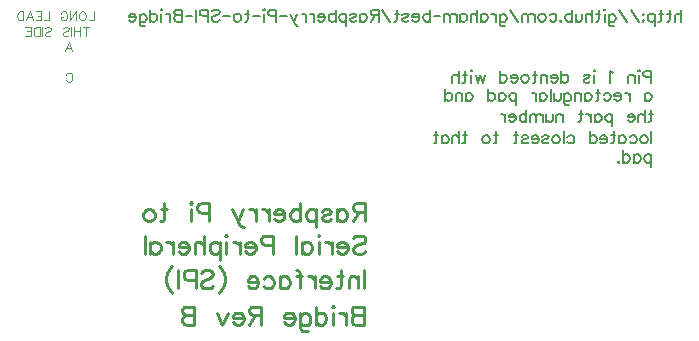
<source format=gbr>
G04 DipTrace 2.4.0.1*
%INBottomSilk.gbr*%
%MOMM*%
%ADD82C,0.118*%
%ADD83C,0.235*%
%ADD84C,0.157*%
%FSLAX53Y53*%
G04*
G71*
G90*
G75*
G01*
%LNBotSilk*%
%LPD*%
X40439Y41960D2*
D83*
X39784D1*
X39565Y42034D1*
X39491Y42106D1*
X39418Y42251D1*
Y42398D1*
X39491Y42543D1*
X39565Y42617D1*
X39784Y42689D1*
X40439D1*
Y41158D1*
X39929Y41960D2*
X39418Y41158D1*
X38074Y42179D2*
Y41158D1*
Y41960D2*
X38218Y42106D1*
X38365Y42179D1*
X38582D1*
X38729Y42106D1*
X38874Y41960D1*
X38948Y41741D1*
Y41596D1*
X38874Y41377D1*
X38729Y41232D1*
X38582Y41158D1*
X38365D1*
X38218Y41232D1*
X38074Y41377D1*
X36801Y41960D2*
X36874Y42106D1*
X37093Y42179D1*
X37312D1*
X37531Y42106D1*
X37603Y41960D1*
X37531Y41815D1*
X37384Y41741D1*
X37020Y41668D1*
X36874Y41596D1*
X36801Y41449D1*
Y41377D1*
X36874Y41232D1*
X37093Y41158D1*
X37312D1*
X37531Y41232D1*
X37603Y41377D1*
X36331Y42179D2*
Y40647D1*
Y41960D2*
X36184Y42105D1*
X36039Y42179D1*
X35820D1*
X35674Y42105D1*
X35529Y41960D1*
X35455Y41741D1*
Y41594D1*
X35529Y41377D1*
X35674Y41230D1*
X35820Y41158D1*
X36039D1*
X36184Y41230D1*
X36331Y41377D1*
X34984Y42689D2*
Y41158D1*
Y41960D2*
X34837Y42106D1*
X34693Y42179D1*
X34474D1*
X34329Y42106D1*
X34182Y41960D1*
X34110Y41741D1*
Y41596D1*
X34182Y41377D1*
X34329Y41232D1*
X34474Y41158D1*
X34693D1*
X34837Y41232D1*
X34984Y41377D1*
X33639Y41741D2*
X32765D1*
Y41887D1*
X32837Y42034D1*
X32910Y42106D1*
X33056Y42179D1*
X33275D1*
X33420Y42106D1*
X33567Y41960D1*
X33639Y41741D1*
Y41596D1*
X33567Y41377D1*
X33420Y41232D1*
X33275Y41158D1*
X33056D1*
X32910Y41232D1*
X32765Y41377D1*
X32294Y42179D2*
Y41158D1*
Y41741D2*
X32220Y41960D1*
X32075Y42106D1*
X31929Y42179D1*
X31710D1*
X31239D2*
Y41158D1*
Y41741D2*
X31165Y41960D1*
X31020Y42106D1*
X30873Y42179D1*
X30654D1*
X30110D2*
X29673Y41158D1*
X29818Y40866D1*
X29965Y40720D1*
X30110Y40647D1*
X30184D1*
X29235Y42179D2*
X29673Y41158D1*
X27283Y41887D2*
X26626D1*
X26409Y41960D1*
X26335Y42034D1*
X26263Y42179D1*
Y42398D1*
X26335Y42543D1*
X26409Y42617D1*
X26626Y42689D1*
X27283D1*
Y41158D1*
X25792Y42689D2*
X25720Y42617D1*
X25645Y42689D1*
X25720Y42763D1*
X25792Y42689D1*
X25720Y42179D2*
Y41158D1*
X23474Y42689D2*
Y41449D1*
X23402Y41232D1*
X23255Y41158D1*
X23111D1*
X23693Y42179D2*
X23183D1*
X22276D2*
X22421Y42106D1*
X22568Y41960D1*
X22640Y41741D1*
Y41596D1*
X22568Y41377D1*
X22421Y41232D1*
X22276Y41158D1*
X22057D1*
X21911Y41232D1*
X21766Y41377D1*
X21692Y41596D1*
Y41741D1*
X21766Y41960D1*
X21911Y42106D1*
X22057Y42179D1*
X22276D1*
X39469Y39710D2*
X39614Y39857D1*
X39833Y39929D1*
X40124D1*
X40343Y39857D1*
X40490Y39710D1*
Y39565D1*
X40416Y39419D1*
X40343Y39346D1*
X40198Y39274D1*
X39760Y39127D1*
X39614Y39055D1*
X39541Y38981D1*
X39469Y38836D1*
Y38617D1*
X39614Y38472D1*
X39833Y38398D1*
X40124D1*
X40343Y38472D1*
X40490Y38617D1*
X38998Y38981D2*
X38124D1*
Y39127D1*
X38196Y39274D1*
X38269Y39346D1*
X38415Y39419D1*
X38634D1*
X38779Y39346D1*
X38926Y39200D1*
X38998Y38981D1*
Y38836D1*
X38926Y38617D1*
X38779Y38472D1*
X38634Y38398D1*
X38415D1*
X38269Y38472D1*
X38124Y38617D1*
X37653Y39419D2*
Y38398D1*
Y38981D2*
X37579Y39200D1*
X37434Y39346D1*
X37288Y39419D1*
X37069D1*
X36598Y39929D2*
X36526Y39857D1*
X36452Y39929D1*
X36526Y40003D1*
X36598Y39929D1*
X36526Y39419D2*
Y38398D1*
X35107Y39419D2*
Y38398D1*
Y39200D2*
X35252Y39346D1*
X35398Y39419D1*
X35616D1*
X35762Y39346D1*
X35907Y39200D1*
X35981Y38981D1*
Y38836D1*
X35907Y38617D1*
X35762Y38472D1*
X35616Y38398D1*
X35398D1*
X35252Y38472D1*
X35107Y38617D1*
X34636Y39929D2*
Y38398D1*
X32684Y39127D2*
X32027D1*
X31810Y39200D1*
X31736Y39274D1*
X31663Y39419D1*
Y39638D1*
X31736Y39783D1*
X31810Y39857D1*
X32027Y39929D1*
X32684D1*
Y38398D1*
X31193Y38981D2*
X30318D1*
Y39127D1*
X30391Y39274D1*
X30463Y39346D1*
X30610Y39419D1*
X30829D1*
X30974Y39346D1*
X31120Y39200D1*
X31193Y38981D1*
Y38836D1*
X31120Y38617D1*
X30974Y38472D1*
X30829Y38398D1*
X30610D1*
X30463Y38472D1*
X30318Y38617D1*
X29848Y39419D2*
Y38398D1*
Y38981D2*
X29774Y39200D1*
X29629Y39346D1*
X29482Y39419D1*
X29263D1*
X28793Y39929D2*
X28720Y39857D1*
X28646Y39929D1*
X28720Y40003D1*
X28793Y39929D1*
X28720Y39419D2*
Y38398D1*
X28176Y39419D2*
Y37887D1*
Y39200D2*
X28029Y39345D1*
X27884Y39419D1*
X27665D1*
X27519Y39345D1*
X27374Y39200D1*
X27300Y38981D1*
Y38834D1*
X27374Y38617D1*
X27519Y38470D1*
X27665Y38398D1*
X27884D1*
X28029Y38470D1*
X28176Y38617D1*
X26829Y39929D2*
Y38398D1*
Y39127D2*
X26610Y39346D1*
X26463Y39419D1*
X26244D1*
X26100Y39346D1*
X26027Y39127D1*
Y38398D1*
X25557Y38981D2*
X24682D1*
Y39127D1*
X24755Y39274D1*
X24827Y39346D1*
X24974Y39419D1*
X25193D1*
X25338Y39346D1*
X25484Y39200D1*
X25557Y38981D1*
Y38836D1*
X25484Y38617D1*
X25338Y38472D1*
X25193Y38398D1*
X24974D1*
X24827Y38472D1*
X24682Y38617D1*
X24212Y39419D2*
Y38398D1*
Y38981D2*
X24138Y39200D1*
X23993Y39346D1*
X23846Y39419D1*
X23627D1*
X22282D2*
Y38398D1*
Y39200D2*
X22427Y39346D1*
X22574Y39419D1*
X22791D1*
X22937Y39346D1*
X23082Y39200D1*
X23156Y38981D1*
Y38836D1*
X23082Y38617D1*
X22937Y38472D1*
X22791Y38398D1*
X22574D1*
X22427Y38472D1*
X22282Y38617D1*
X21812Y39929D2*
Y38398D1*
X40354Y36989D2*
Y35458D1*
X39884Y36479D2*
Y35458D1*
Y36187D2*
X39665Y36406D1*
X39518Y36479D1*
X39301D1*
X39154Y36406D1*
X39082Y36187D1*
Y35458D1*
X38392Y36989D2*
Y35749D1*
X38320Y35532D1*
X38173Y35458D1*
X38028D1*
X38611Y36479D2*
X38101D1*
X37558Y36041D2*
X36684D1*
Y36187D1*
X36756Y36334D1*
X36828Y36406D1*
X36975Y36479D1*
X37194D1*
X37339Y36406D1*
X37485Y36260D1*
X37558Y36041D1*
Y35896D1*
X37485Y35677D1*
X37339Y35532D1*
X37194Y35458D1*
X36975D1*
X36828Y35532D1*
X36684Y35677D1*
X36213Y36479D2*
Y35458D1*
Y36041D2*
X36139Y36260D1*
X35994Y36406D1*
X35847Y36479D1*
X35628D1*
X34575Y36989D2*
X34720D1*
X34866Y36917D1*
X34939Y36698D1*
Y35458D1*
X35158Y36479D2*
X34647D1*
X33230D2*
Y35458D1*
Y36260D2*
X33375Y36406D1*
X33521Y36479D1*
X33739D1*
X33885Y36406D1*
X34030Y36260D1*
X34104Y36041D1*
Y35896D1*
X34030Y35677D1*
X33885Y35532D1*
X33739Y35458D1*
X33521D1*
X33375Y35532D1*
X33230Y35677D1*
X31883Y36260D2*
X32030Y36406D1*
X32177Y36479D1*
X32394D1*
X32540Y36406D1*
X32685Y36260D1*
X32759Y36041D1*
Y35896D1*
X32685Y35677D1*
X32540Y35532D1*
X32394Y35458D1*
X32177D1*
X32030Y35532D1*
X31883Y35677D1*
X31413Y36041D2*
X30539D1*
Y36187D1*
X30611Y36334D1*
X30683Y36406D1*
X30830Y36479D1*
X31049D1*
X31194Y36406D1*
X31340Y36260D1*
X31413Y36041D1*
Y35896D1*
X31340Y35677D1*
X31194Y35532D1*
X31049Y35458D1*
X30830D1*
X30683Y35532D1*
X30539Y35677D1*
X28076Y37388D2*
X28223Y37244D1*
X28368Y37025D1*
X28514Y36733D1*
X28587Y36368D1*
Y36076D1*
X28514Y35712D1*
X28368Y35421D1*
X28223Y35202D1*
X28076Y35057D1*
X26585Y36770D2*
X26730Y36917D1*
X26949Y36989D1*
X27240D1*
X27459Y36917D1*
X27606Y36770D1*
Y36625D1*
X27531Y36479D1*
X27459Y36406D1*
X27314Y36334D1*
X26876Y36187D1*
X26730Y36115D1*
X26657Y36041D1*
X26585Y35896D1*
Y35677D1*
X26730Y35532D1*
X26949Y35458D1*
X27240D1*
X27459Y35532D1*
X27606Y35677D1*
X26114Y36187D2*
X25457D1*
X25240Y36260D1*
X25166Y36334D1*
X25093Y36479D1*
Y36698D1*
X25166Y36843D1*
X25240Y36917D1*
X25457Y36989D1*
X26114D1*
Y35458D1*
X24623Y36989D2*
Y35458D1*
X24152Y37388D2*
X24005Y37244D1*
X23861Y37025D1*
X23714Y36733D1*
X23642Y36368D1*
Y36076D1*
X23714Y35712D1*
X23861Y35421D1*
X24005Y35202D1*
X24152Y35057D1*
X40345Y33929D2*
Y32398D1*
X39688D1*
X39469Y32472D1*
X39396Y32544D1*
X39324Y32689D1*
Y32908D1*
X39396Y33055D1*
X39469Y33127D1*
X39688Y33200D1*
X39469Y33274D1*
X39396Y33346D1*
X39324Y33491D1*
Y33638D1*
X39396Y33783D1*
X39469Y33857D1*
X39688Y33929D1*
X40345D1*
Y33200D2*
X39688D1*
X38853Y33419D2*
Y32398D1*
Y32981D2*
X38779Y33200D1*
X38634Y33346D1*
X38488Y33419D1*
X38269D1*
X37798Y33929D2*
X37726Y33857D1*
X37652Y33929D1*
X37726Y34003D1*
X37798Y33929D1*
X37726Y33419D2*
Y32398D1*
X36307Y33929D2*
Y32398D1*
Y33200D2*
X36452Y33346D1*
X36598Y33419D1*
X36817D1*
X36962Y33346D1*
X37109Y33200D1*
X37181Y32981D1*
Y32836D1*
X37109Y32617D1*
X36962Y32472D1*
X36817Y32398D1*
X36598D1*
X36452Y32472D1*
X36307Y32617D1*
X34962Y33346D2*
Y32179D1*
X35034Y31962D1*
X35107Y31887D1*
X35253Y31815D1*
X35472D1*
X35617Y31887D1*
X34962Y33127D2*
X35107Y33272D1*
X35253Y33346D1*
X35472D1*
X35617Y33272D1*
X35764Y33127D1*
X35836Y32908D1*
Y32762D1*
X35764Y32544D1*
X35617Y32398D1*
X35472Y32325D1*
X35253D1*
X35107Y32398D1*
X34962Y32544D1*
X34491Y32981D2*
X33617D1*
Y33127D1*
X33689Y33274D1*
X33762Y33346D1*
X33908Y33419D1*
X34127D1*
X34272Y33346D1*
X34419Y33200D1*
X34491Y32981D1*
Y32836D1*
X34419Y32617D1*
X34272Y32472D1*
X34127Y32398D1*
X33908D1*
X33762Y32472D1*
X33617Y32617D1*
X31665Y33200D2*
X31010D1*
X30791Y33274D1*
X30717Y33346D1*
X30644Y33491D1*
Y33638D1*
X30717Y33783D1*
X30791Y33857D1*
X31010Y33929D1*
X31665D1*
Y32398D1*
X31155Y33200D2*
X30644Y32398D1*
X30174Y32981D2*
X29299D1*
Y33127D1*
X29372Y33274D1*
X29444Y33346D1*
X29591Y33419D1*
X29810D1*
X29955Y33346D1*
X30101Y33200D1*
X30174Y32981D1*
Y32836D1*
X30101Y32617D1*
X29955Y32472D1*
X29810Y32398D1*
X29591D1*
X29444Y32472D1*
X29299Y32617D1*
X28829Y33419D2*
X28391Y32398D1*
X27954Y33419D1*
X26002Y33929D2*
Y32398D1*
X25345D1*
X25126Y32472D1*
X25054Y32544D1*
X24982Y32689D1*
Y32908D1*
X25054Y33055D1*
X25126Y33127D1*
X25345Y33200D1*
X25126Y33274D1*
X25054Y33346D1*
X24982Y33491D1*
Y33638D1*
X25054Y33783D1*
X25126Y33857D1*
X25345Y33929D1*
X26002D1*
Y33200D2*
X25345D1*
X67235Y59071D2*
D84*
Y58051D1*
Y58537D2*
X67089Y58683D1*
X66991Y58731D1*
X66845D1*
X66749Y58683D1*
X66700Y58537D1*
Y58051D1*
X66241Y59071D2*
Y58245D1*
X66192Y58100D1*
X66095Y58051D1*
X65998D1*
X66387Y58731D2*
X66046D1*
X65538Y59071D2*
Y58245D1*
X65490Y58100D1*
X65392Y58051D1*
X65296D1*
X65684Y58731D2*
X65344D1*
X64982D2*
Y57710D1*
Y58585D2*
X64884Y58682D1*
X64788Y58731D1*
X64642D1*
X64544Y58682D1*
X64447Y58585D1*
X64398Y58439D1*
Y58341D1*
X64447Y58197D1*
X64544Y58099D1*
X64642Y58051D1*
X64788D1*
X64884Y58099D1*
X64982Y58197D1*
X64035Y58731D2*
X64084Y58682D1*
X64035Y58633D1*
X63987Y58682D1*
X64035Y58731D1*
Y58148D2*
X64084Y58099D1*
X64035Y58051D1*
X63987Y58099D1*
X64035Y58148D1*
X63673Y58051D2*
X62992Y59070D1*
X62678Y58051D2*
X61998Y59070D1*
X61101Y58683D2*
Y57905D1*
X61150Y57760D1*
X61198Y57710D1*
X61296Y57662D1*
X61442D1*
X61538Y57710D1*
X61101Y58537D2*
X61198Y58633D1*
X61296Y58683D1*
X61442D1*
X61538Y58633D1*
X61636Y58537D1*
X61684Y58391D1*
Y58293D1*
X61636Y58148D1*
X61538Y58051D1*
X61442Y58002D1*
X61296D1*
X61198Y58051D1*
X61101Y58148D1*
X60788Y59071D2*
X60739Y59023D1*
X60690Y59071D1*
X60739Y59121D1*
X60788Y59071D1*
X60739Y58731D2*
Y58051D1*
X60230Y59071D2*
Y58245D1*
X60182Y58100D1*
X60084Y58051D1*
X59988D1*
X60376Y58731D2*
X60036D1*
X59674Y59071D2*
Y58051D1*
Y58537D2*
X59528Y58683D1*
X59430Y58731D1*
X59284D1*
X59188Y58683D1*
X59139Y58537D1*
Y58051D1*
X58826Y58731D2*
Y58245D1*
X58777Y58100D1*
X58680Y58051D1*
X58534D1*
X58437Y58100D1*
X58291Y58245D1*
Y58731D2*
Y58051D1*
X57977Y59071D2*
Y58051D1*
Y58585D2*
X57879Y58683D1*
X57783Y58731D1*
X57637D1*
X57540Y58683D1*
X57443Y58585D1*
X57394Y58439D1*
Y58343D1*
X57443Y58197D1*
X57540Y58100D1*
X57637Y58051D1*
X57783D1*
X57879Y58100D1*
X57977Y58197D1*
X57032Y58148D2*
X57081Y58099D1*
X57032Y58051D1*
X56983Y58099D1*
X57032Y58148D1*
X56085Y58585D2*
X56183Y58683D1*
X56281Y58731D1*
X56425D1*
X56523Y58683D1*
X56620Y58585D1*
X56669Y58439D1*
Y58343D1*
X56620Y58197D1*
X56523Y58100D1*
X56425Y58051D1*
X56281D1*
X56183Y58100D1*
X56085Y58197D1*
X55529Y58731D2*
X55625Y58683D1*
X55723Y58585D1*
X55771Y58439D1*
Y58343D1*
X55723Y58197D1*
X55625Y58100D1*
X55529Y58051D1*
X55383D1*
X55285Y58100D1*
X55189Y58197D1*
X55139Y58343D1*
Y58439D1*
X55189Y58585D1*
X55285Y58683D1*
X55383Y58731D1*
X55529D1*
X54825D2*
Y58051D1*
Y58537D2*
X54679Y58683D1*
X54582Y58731D1*
X54437D1*
X54339Y58683D1*
X54291Y58537D1*
Y58051D1*
Y58537D2*
X54145Y58683D1*
X54047Y58731D1*
X53902D1*
X53805Y58683D1*
X53755Y58537D1*
Y58051D1*
X53441D2*
X52761Y59070D1*
X51864Y58683D2*
Y57905D1*
X51913Y57760D1*
X51961Y57710D1*
X52059Y57662D1*
X52205D1*
X52301Y57710D1*
X51864Y58537D2*
X51961Y58633D1*
X52059Y58683D1*
X52205D1*
X52301Y58633D1*
X52399Y58537D1*
X52447Y58391D1*
Y58293D1*
X52399Y58148D1*
X52301Y58051D1*
X52205Y58002D1*
X52059D1*
X51961Y58051D1*
X51864Y58148D1*
X51550Y58731D2*
Y58051D1*
Y58439D2*
X51501Y58585D1*
X51404Y58683D1*
X51307Y58731D1*
X51161D1*
X50264D2*
Y58051D1*
Y58585D2*
X50361Y58683D1*
X50458Y58731D1*
X50603D1*
X50701Y58683D1*
X50798Y58585D1*
X50847Y58439D1*
Y58343D1*
X50798Y58197D1*
X50701Y58100D1*
X50603Y58051D1*
X50458D1*
X50361Y58100D1*
X50264Y58197D1*
X49950Y59071D2*
Y58051D1*
Y58537D2*
X49804Y58683D1*
X49707Y58731D1*
X49561D1*
X49464Y58683D1*
X49416Y58537D1*
Y58051D1*
X48519Y58731D2*
Y58051D1*
Y58585D2*
X48616Y58683D1*
X48714Y58731D1*
X48858D1*
X48956Y58683D1*
X49053Y58585D1*
X49102Y58439D1*
Y58343D1*
X49053Y58197D1*
X48956Y58100D1*
X48858Y58051D1*
X48714D1*
X48616Y58100D1*
X48519Y58197D1*
X48206Y58731D2*
Y58051D1*
Y58537D2*
X48060Y58683D1*
X47962Y58731D1*
X47817D1*
X47719Y58683D1*
X47671Y58537D1*
Y58051D1*
Y58537D2*
X47525Y58683D1*
X47427Y58731D1*
X47282D1*
X47185Y58683D1*
X47135Y58537D1*
Y58051D1*
X46822Y58560D2*
X46260D1*
X45946Y59071D2*
Y58051D1*
Y58585D2*
X45849Y58683D1*
X45752Y58731D1*
X45606D1*
X45509Y58683D1*
X45412Y58585D1*
X45363Y58439D1*
Y58343D1*
X45412Y58197D1*
X45509Y58100D1*
X45606Y58051D1*
X45752D1*
X45849Y58100D1*
X45946Y58197D1*
X45050Y58439D2*
X44467D1*
Y58537D1*
X44515Y58635D1*
X44563Y58683D1*
X44661Y58731D1*
X44807D1*
X44904Y58683D1*
X45001Y58585D1*
X45050Y58439D1*
Y58343D1*
X45001Y58197D1*
X44904Y58100D1*
X44807Y58051D1*
X44661D1*
X44563Y58100D1*
X44467Y58197D1*
X43618Y58585D2*
X43667Y58683D1*
X43813Y58731D1*
X43959D1*
X44105Y58683D1*
X44153Y58585D1*
X44105Y58489D1*
X44007Y58439D1*
X43764Y58391D1*
X43667Y58343D1*
X43618Y58245D1*
Y58197D1*
X43667Y58100D1*
X43813Y58051D1*
X43959D1*
X44105Y58100D1*
X44153Y58197D1*
X43159Y59071D2*
Y58245D1*
X43110Y58100D1*
X43013Y58051D1*
X42916D1*
X43305Y58731D2*
X42964D1*
X42602Y58051D2*
X41922Y59070D1*
X41608Y58585D2*
X41171D1*
X41025Y58635D1*
X40976Y58683D1*
X40928Y58779D1*
Y58877D1*
X40976Y58974D1*
X41025Y59023D1*
X41171Y59071D1*
X41608D1*
Y58051D1*
X41268Y58585D2*
X40928Y58051D1*
X40031Y58731D2*
Y58051D1*
Y58585D2*
X40128Y58683D1*
X40225Y58731D1*
X40370D1*
X40468Y58683D1*
X40564Y58585D1*
X40614Y58439D1*
Y58343D1*
X40564Y58197D1*
X40468Y58100D1*
X40370Y58051D1*
X40225D1*
X40128Y58100D1*
X40031Y58197D1*
X39183Y58585D2*
X39231Y58683D1*
X39377Y58731D1*
X39523D1*
X39669Y58683D1*
X39717Y58585D1*
X39669Y58489D1*
X39571Y58439D1*
X39329Y58391D1*
X39231Y58343D1*
X39183Y58245D1*
Y58197D1*
X39231Y58100D1*
X39377Y58051D1*
X39523D1*
X39669Y58100D1*
X39717Y58197D1*
X38869Y58731D2*
Y57710D1*
Y58585D2*
X38771Y58682D1*
X38675Y58731D1*
X38529D1*
X38431Y58682D1*
X38334Y58585D1*
X38285Y58439D1*
Y58341D1*
X38334Y58197D1*
X38431Y58099D1*
X38529Y58051D1*
X38675D1*
X38771Y58099D1*
X38869Y58197D1*
X37971Y59071D2*
Y58051D1*
Y58585D2*
X37873Y58683D1*
X37777Y58731D1*
X37631D1*
X37534Y58683D1*
X37437Y58585D1*
X37388Y58439D1*
Y58343D1*
X37437Y58197D1*
X37534Y58100D1*
X37631Y58051D1*
X37777D1*
X37873Y58100D1*
X37971Y58197D1*
X37075Y58439D2*
X36492D1*
Y58537D1*
X36540Y58635D1*
X36588Y58683D1*
X36686Y58731D1*
X36832D1*
X36929Y58683D1*
X37026Y58585D1*
X37075Y58439D1*
Y58343D1*
X37026Y58197D1*
X36929Y58100D1*
X36832Y58051D1*
X36686D1*
X36588Y58100D1*
X36492Y58197D1*
X36178Y58731D2*
Y58051D1*
Y58439D2*
X36129Y58585D1*
X36032Y58683D1*
X35934Y58731D1*
X35788D1*
X35475D2*
Y58051D1*
Y58439D2*
X35425Y58585D1*
X35329Y58683D1*
X35231Y58731D1*
X35085D1*
X34722D2*
X34431Y58051D1*
X34527Y57856D1*
X34625Y57759D1*
X34722Y57710D1*
X34771D1*
X34139Y58731D2*
X34431Y58051D1*
X33825Y58560D2*
X33264D1*
X32950Y58537D2*
X32512D1*
X32367Y58585D1*
X32318Y58635D1*
X32269Y58731D1*
Y58877D1*
X32318Y58974D1*
X32367Y59023D1*
X32512Y59071D1*
X32950D1*
Y58051D1*
X31956Y59071D2*
X31907Y59023D1*
X31858Y59071D1*
X31907Y59121D1*
X31956Y59071D1*
X31907Y58731D2*
Y58051D1*
X31544Y58560D2*
X30983D1*
X30523Y59071D2*
Y58245D1*
X30475Y58100D1*
X30377Y58051D1*
X30280D1*
X30669Y58731D2*
X30329D1*
X29724D2*
X29821Y58683D1*
X29918Y58585D1*
X29967Y58439D1*
Y58343D1*
X29918Y58197D1*
X29821Y58100D1*
X29724Y58051D1*
X29578D1*
X29480Y58100D1*
X29384Y58197D1*
X29334Y58343D1*
Y58439D1*
X29384Y58585D1*
X29480Y58683D1*
X29578Y58731D1*
X29724D1*
X29020Y58560D2*
X28459D1*
X27465Y58925D2*
X27561Y59023D1*
X27707Y59071D1*
X27902D1*
X28048Y59023D1*
X28145Y58925D1*
Y58829D1*
X28096Y58731D1*
X28048Y58683D1*
X27951Y58635D1*
X27659Y58537D1*
X27561Y58489D1*
X27513Y58439D1*
X27465Y58343D1*
Y58197D1*
X27561Y58100D1*
X27707Y58051D1*
X27902D1*
X28048Y58100D1*
X28145Y58197D1*
X27151Y58537D2*
X26713D1*
X26568Y58585D1*
X26519Y58635D1*
X26470Y58731D1*
Y58877D1*
X26519Y58974D1*
X26568Y59023D1*
X26713Y59071D1*
X27151D1*
Y58051D1*
X26157Y59071D2*
Y58051D1*
X25843Y58560D2*
X25281D1*
X24968Y59071D2*
Y58051D1*
X24530D1*
X24384Y58100D1*
X24335Y58148D1*
X24287Y58245D1*
Y58391D1*
X24335Y58489D1*
X24384Y58537D1*
X24530Y58585D1*
X24384Y58635D1*
X24335Y58683D1*
X24287Y58779D1*
Y58877D1*
X24335Y58974D1*
X24384Y59023D1*
X24530Y59071D1*
X24968D1*
Y58585D2*
X24530D1*
X23973Y58731D2*
Y58051D1*
Y58439D2*
X23924Y58585D1*
X23827Y58683D1*
X23730Y58731D1*
X23584D1*
X23270Y59071D2*
X23222Y59023D1*
X23172Y59071D1*
X23222Y59121D1*
X23270Y59071D1*
X23222Y58731D2*
Y58051D1*
X22276Y59071D2*
Y58051D1*
Y58585D2*
X22372Y58683D1*
X22470Y58731D1*
X22616D1*
X22712Y58683D1*
X22810Y58585D1*
X22858Y58439D1*
Y58343D1*
X22810Y58197D1*
X22712Y58100D1*
X22616Y58051D1*
X22470D1*
X22372Y58100D1*
X22276Y58197D1*
X21379Y58683D2*
Y57905D1*
X21427Y57760D1*
X21476Y57710D1*
X21573Y57662D1*
X21719D1*
X21816Y57710D1*
X21379Y58537D2*
X21476Y58633D1*
X21573Y58683D1*
X21719D1*
X21816Y58633D1*
X21914Y58537D1*
X21962Y58391D1*
Y58293D1*
X21914Y58148D1*
X21816Y58051D1*
X21719Y58002D1*
X21573D1*
X21476Y58051D1*
X21379Y58148D1*
X21065Y58439D2*
X20482D1*
Y58537D1*
X20531Y58635D1*
X20579Y58683D1*
X20677Y58731D1*
X20823D1*
X20919Y58683D1*
X21017Y58585D1*
X21065Y58439D1*
Y58343D1*
X21017Y58197D1*
X20919Y58100D1*
X20823Y58051D1*
X20677D1*
X20579Y58100D1*
X20482Y58197D1*
X15143Y53546D2*
D82*
X15179Y53618D1*
X15252Y53691D1*
X15325Y53728D1*
X15470D1*
X15544Y53691D1*
X15616Y53618D1*
X15653Y53546D1*
X15689Y53436D1*
Y53253D1*
X15653Y53145D1*
X15616Y53071D1*
X15544Y52999D1*
X15470Y52962D1*
X15325D1*
X15252Y52999D1*
X15179Y53071D1*
X15143Y53145D1*
X15083Y55532D2*
X15375Y56298D1*
X15666Y55532D1*
X15557Y55787D2*
X15192D1*
X17492Y58918D2*
Y58152D1*
X17055D1*
X16601Y58918D2*
X16674Y58881D1*
X16747Y58808D1*
X16784Y58736D1*
X16820Y58626D1*
Y58443D1*
X16784Y58335D1*
X16747Y58261D1*
X16674Y58189D1*
X16601Y58152D1*
X16455D1*
X16383Y58189D1*
X16309Y58261D1*
X16273Y58335D1*
X16237Y58443D1*
Y58626D1*
X16273Y58736D1*
X16309Y58808D1*
X16383Y58881D1*
X16455Y58918D1*
X16601D1*
X15491D2*
Y58152D1*
X16002Y58918D1*
Y58152D1*
X14709Y58736D2*
X14746Y58808D1*
X14819Y58881D1*
X14891Y58918D1*
X15037D1*
X15110Y58881D1*
X15183Y58808D1*
X15220Y58736D1*
X15256Y58626D1*
Y58443D1*
X15220Y58335D1*
X15183Y58261D1*
X15110Y58189D1*
X15037Y58152D1*
X14891D1*
X14819Y58189D1*
X14746Y58261D1*
X14709Y58335D1*
Y58443D1*
X14891D1*
X13733Y58918D2*
Y58152D1*
X13296D1*
X12588Y58918D2*
X13061D1*
Y58152D1*
X12588D1*
X13061Y58553D2*
X12769D1*
X11768Y58152D2*
X12061Y58918D1*
X12352Y58152D1*
X12243Y58407D2*
X11878D1*
X11533Y58918D2*
Y58152D1*
X11278D1*
X11168Y58189D1*
X11095Y58261D1*
X11059Y58335D1*
X11023Y58443D1*
Y58626D1*
X11059Y58736D1*
X11095Y58808D1*
X11168Y58881D1*
X11278Y58918D1*
X11533D1*
X16841Y57588D2*
Y56822D1*
X17096Y57588D2*
X16586D1*
X16350D2*
Y56822D1*
X15840Y57588D2*
Y56822D1*
X16350Y57223D2*
X15840D1*
X15605Y57588D2*
Y56822D1*
X14859Y57478D2*
X14931Y57551D1*
X15041Y57588D1*
X15187D1*
X15296Y57551D1*
X15369Y57478D1*
Y57406D1*
X15332Y57332D1*
X15296Y57296D1*
X15224Y57260D1*
X15005Y57187D1*
X14931Y57150D1*
X14895Y57113D1*
X14859Y57041D1*
Y56931D1*
X14931Y56859D1*
X15041Y56822D1*
X15187D1*
X15296Y56859D1*
X15369Y56931D1*
X13372Y57478D2*
X13445Y57551D1*
X13554Y57588D1*
X13700D1*
X13810Y57551D1*
X13883Y57478D1*
Y57406D1*
X13846Y57332D1*
X13810Y57296D1*
X13737Y57260D1*
X13518Y57187D1*
X13445Y57150D1*
X13409Y57113D1*
X13372Y57041D1*
Y56931D1*
X13445Y56859D1*
X13554Y56822D1*
X13700D1*
X13810Y56859D1*
X13883Y56931D1*
X13137Y57588D2*
Y56822D1*
X12902Y57588D2*
Y56822D1*
X12647D1*
X12537Y56859D1*
X12464Y56931D1*
X12428Y57005D1*
X12391Y57113D1*
Y57296D1*
X12428Y57406D1*
X12464Y57478D1*
X12537Y57551D1*
X12647Y57588D1*
X12902D1*
X11683D2*
X12156D1*
Y56822D1*
X11683D1*
X12156Y57223D2*
X11865D1*
X64706Y53367D2*
D84*
X64268D1*
X64123Y53415D1*
X64074Y53465D1*
X64026Y53561D1*
Y53707D1*
X64074Y53804D1*
X64123Y53853D1*
X64268Y53901D1*
X64706D1*
Y52881D1*
X63712Y53901D2*
X63664Y53853D1*
X63614Y53901D1*
X63664Y53951D1*
X63712Y53901D1*
X63664Y53561D2*
Y52881D1*
X63300Y53561D2*
Y52881D1*
Y53367D2*
X63154Y53513D1*
X63057Y53561D1*
X62912D1*
X62814Y53513D1*
X62766Y53367D1*
Y52881D1*
X61465Y53706D2*
X61367Y53755D1*
X61221Y53900D1*
Y52881D1*
X59920Y53901D2*
X59871Y53853D1*
X59822Y53901D1*
X59871Y53951D1*
X59920Y53901D1*
X59871Y53561D2*
Y52881D1*
X58974Y53415D2*
X59022Y53513D1*
X59168Y53561D1*
X59314D1*
X59460Y53513D1*
X59508Y53415D1*
X59460Y53319D1*
X59362Y53269D1*
X59120Y53221D1*
X59022Y53173D1*
X58974Y53075D1*
Y53027D1*
X59022Y52930D1*
X59168Y52881D1*
X59314D1*
X59460Y52930D1*
X59508Y53027D1*
X57089Y53901D2*
Y52881D1*
Y53415D2*
X57186Y53513D1*
X57284Y53561D1*
X57430D1*
X57526Y53513D1*
X57624Y53415D1*
X57672Y53269D1*
Y53173D1*
X57624Y53027D1*
X57526Y52930D1*
X57430Y52881D1*
X57284D1*
X57186Y52930D1*
X57089Y53027D1*
X56776Y53269D2*
X56193D1*
Y53367D1*
X56241Y53465D1*
X56289Y53513D1*
X56387Y53561D1*
X56533D1*
X56630Y53513D1*
X56727Y53415D1*
X56776Y53269D1*
Y53173D1*
X56727Y53027D1*
X56630Y52930D1*
X56533Y52881D1*
X56387D1*
X56289Y52930D1*
X56193Y53027D1*
X55879Y53561D2*
Y52881D1*
Y53367D2*
X55733Y53513D1*
X55635Y53561D1*
X55490D1*
X55393Y53513D1*
X55344Y53367D1*
Y52881D1*
X54885Y53901D2*
Y53075D1*
X54836Y52930D1*
X54739Y52881D1*
X54642D1*
X55031Y53561D2*
X54690D1*
X54086D2*
X54182Y53513D1*
X54280Y53415D1*
X54328Y53269D1*
Y53173D1*
X54280Y53027D1*
X54182Y52930D1*
X54086Y52881D1*
X53940D1*
X53842Y52930D1*
X53746Y53027D1*
X53696Y53173D1*
Y53269D1*
X53746Y53415D1*
X53842Y53513D1*
X53940Y53561D1*
X54086D1*
X53382Y53269D2*
X52799D1*
Y53367D1*
X52848Y53465D1*
X52896Y53513D1*
X52994Y53561D1*
X53140D1*
X53236Y53513D1*
X53334Y53415D1*
X53382Y53269D1*
Y53173D1*
X53334Y53027D1*
X53236Y52930D1*
X53140Y52881D1*
X52994D1*
X52896Y52930D1*
X52799Y53027D1*
X51903Y53901D2*
Y52881D1*
Y53415D2*
X51999Y53513D1*
X52097Y53561D1*
X52243D1*
X52340Y53513D1*
X52437Y53415D1*
X52486Y53269D1*
Y53173D1*
X52437Y53027D1*
X52340Y52930D1*
X52243Y52881D1*
X52097D1*
X51999Y52930D1*
X51903Y53027D1*
X50602Y53561D2*
X50407Y52881D1*
X50213Y53561D1*
X50019Y52881D1*
X49824Y53561D1*
X49511Y53901D2*
X49462Y53853D1*
X49413Y53901D1*
X49462Y53951D1*
X49511Y53901D1*
X49462Y53561D2*
Y52881D1*
X48953Y53901D2*
Y53075D1*
X48905Y52930D1*
X48807Y52881D1*
X48711D1*
X49099Y53561D2*
X48759D1*
X48397Y53901D2*
Y52881D1*
Y53367D2*
X48251Y53513D1*
X48153Y53561D1*
X48007D1*
X47911Y53513D1*
X47862Y53367D1*
Y52881D1*
X64161Y52021D2*
Y51341D1*
Y51875D2*
X64258Y51973D1*
X64355Y52021D1*
X64500D1*
X64598Y51973D1*
X64695Y51875D1*
X64744Y51729D1*
Y51633D1*
X64695Y51487D1*
X64598Y51390D1*
X64500Y51341D1*
X64355D1*
X64258Y51390D1*
X64161Y51487D1*
X62860Y52021D2*
Y51341D1*
Y51729D2*
X62810Y51875D1*
X62714Y51973D1*
X62616Y52021D1*
X62470D1*
X62156Y51729D2*
X61574D1*
Y51827D1*
X61622Y51925D1*
X61670Y51973D1*
X61768Y52021D1*
X61914D1*
X62010Y51973D1*
X62108Y51875D1*
X62156Y51729D1*
Y51633D1*
X62108Y51487D1*
X62010Y51390D1*
X61914Y51341D1*
X61768D1*
X61670Y51390D1*
X61574Y51487D1*
X60676Y51875D2*
X60774Y51973D1*
X60871Y52021D1*
X61016D1*
X61114Y51973D1*
X61210Y51875D1*
X61260Y51729D1*
Y51633D1*
X61210Y51487D1*
X61114Y51390D1*
X61016Y51341D1*
X60871D1*
X60774Y51390D1*
X60676Y51487D1*
X60216Y52361D2*
Y51535D1*
X60168Y51390D1*
X60070Y51341D1*
X59974D1*
X60362Y52021D2*
X60022D1*
X59077D2*
Y51341D1*
Y51875D2*
X59174Y51973D1*
X59271Y52021D1*
X59416D1*
X59514Y51973D1*
X59610Y51875D1*
X59660Y51729D1*
Y51633D1*
X59610Y51487D1*
X59514Y51390D1*
X59416Y51341D1*
X59271D1*
X59174Y51390D1*
X59077Y51487D1*
X58763Y52021D2*
Y51341D1*
Y51827D2*
X58617Y51973D1*
X58520Y52021D1*
X58375D1*
X58277Y51973D1*
X58229Y51827D1*
Y51341D1*
X57332Y51973D2*
Y51195D1*
X57380Y51050D1*
X57429Y51000D1*
X57526Y50952D1*
X57672D1*
X57769Y51000D1*
X57332Y51827D2*
X57429Y51923D1*
X57526Y51973D1*
X57672D1*
X57769Y51923D1*
X57867Y51827D1*
X57915Y51681D1*
Y51583D1*
X57867Y51438D1*
X57769Y51341D1*
X57672Y51292D1*
X57526D1*
X57429Y51341D1*
X57332Y51438D1*
X57018Y52021D2*
Y51535D1*
X56970Y51390D1*
X56872Y51341D1*
X56726D1*
X56630Y51390D1*
X56484Y51535D1*
Y52021D2*
Y51341D1*
X56170Y52361D2*
Y51341D1*
X55273Y52021D2*
Y51341D1*
Y51875D2*
X55370Y51973D1*
X55468Y52021D1*
X55613D1*
X55710Y51973D1*
X55807Y51875D1*
X55856Y51729D1*
Y51633D1*
X55807Y51487D1*
X55710Y51390D1*
X55613Y51341D1*
X55468D1*
X55370Y51390D1*
X55273Y51487D1*
X54960Y52021D2*
Y51341D1*
Y51729D2*
X54910Y51875D1*
X54814Y51973D1*
X54716Y52021D1*
X54570D1*
X53269D2*
Y51000D1*
Y51875D2*
X53171Y51972D1*
X53074Y52021D1*
X52928D1*
X52831Y51972D1*
X52734Y51875D1*
X52685Y51729D1*
Y51631D1*
X52734Y51487D1*
X52831Y51389D1*
X52928Y51341D1*
X53074D1*
X53171Y51389D1*
X53269Y51487D1*
X51788Y52021D2*
Y51341D1*
Y51875D2*
X51885Y51973D1*
X51982Y52021D1*
X52127D1*
X52225Y51973D1*
X52322Y51875D1*
X52371Y51729D1*
Y51633D1*
X52322Y51487D1*
X52225Y51390D1*
X52127Y51341D1*
X51982D1*
X51885Y51390D1*
X51788Y51487D1*
X50891Y52361D2*
Y51341D1*
Y51875D2*
X50988Y51973D1*
X51086Y52021D1*
X51232D1*
X51328Y51973D1*
X51426Y51875D1*
X51474Y51729D1*
Y51633D1*
X51426Y51487D1*
X51328Y51390D1*
X51232Y51341D1*
X51086D1*
X50988Y51390D1*
X50891Y51487D1*
X49007Y52021D2*
Y51341D1*
Y51875D2*
X49104Y51973D1*
X49202Y52021D1*
X49346D1*
X49444Y51973D1*
X49541Y51875D1*
X49590Y51729D1*
Y51633D1*
X49541Y51487D1*
X49444Y51390D1*
X49346Y51341D1*
X49202D1*
X49104Y51390D1*
X49007Y51487D1*
X48694Y52021D2*
Y51341D1*
Y51827D2*
X48548Y51973D1*
X48450Y52021D1*
X48305D1*
X48207Y51973D1*
X48159Y51827D1*
Y51341D1*
X47262Y52361D2*
Y51341D1*
Y51875D2*
X47359Y51973D1*
X47457Y52021D1*
X47603D1*
X47699Y51973D1*
X47797Y51875D1*
X47845Y51729D1*
Y51633D1*
X47797Y51487D1*
X47699Y51390D1*
X47603Y51341D1*
X47457D1*
X47359Y51390D1*
X47262Y51487D1*
X64682Y50571D2*
Y49745D1*
X64634Y49600D1*
X64536Y49551D1*
X64440D1*
X64828Y50231D2*
X64488D1*
X64126Y50571D2*
Y49551D1*
Y50037D2*
X63980Y50183D1*
X63882Y50231D1*
X63736D1*
X63640Y50183D1*
X63591Y50037D1*
Y49551D1*
X63278Y49939D2*
X62695D1*
Y50037D1*
X62743Y50135D1*
X62791Y50183D1*
X62889Y50231D1*
X63035D1*
X63132Y50183D1*
X63229Y50085D1*
X63278Y49939D1*
Y49843D1*
X63229Y49697D1*
X63132Y49600D1*
X63035Y49551D1*
X62889D1*
X62791Y49600D1*
X62695Y49697D1*
X61394Y50231D2*
Y49210D1*
Y50085D2*
X61296Y50182D1*
X61199Y50231D1*
X61053D1*
X60956Y50182D1*
X60859Y50085D1*
X60810Y49939D1*
Y49841D1*
X60859Y49697D1*
X60956Y49599D1*
X61053Y49551D1*
X61199D1*
X61296Y49599D1*
X61394Y49697D1*
X59913Y50231D2*
Y49551D1*
Y50085D2*
X60010Y50183D1*
X60107Y50231D1*
X60252D1*
X60350Y50183D1*
X60446Y50085D1*
X60496Y49939D1*
Y49843D1*
X60446Y49697D1*
X60350Y49600D1*
X60252Y49551D1*
X60107D1*
X60010Y49600D1*
X59913Y49697D1*
X59599Y50231D2*
Y49551D1*
Y49939D2*
X59550Y50085D1*
X59453Y50183D1*
X59356Y50231D1*
X59210D1*
X58750Y50571D2*
Y49745D1*
X58702Y49600D1*
X58604Y49551D1*
X58507D1*
X58896Y50231D2*
X58556D1*
X57206D2*
Y49551D1*
Y50037D2*
X57060Y50183D1*
X56962Y50231D1*
X56817D1*
X56720Y50183D1*
X56671Y50037D1*
Y49551D1*
X56358Y50231D2*
Y49745D1*
X56309Y49600D1*
X56212Y49551D1*
X56066D1*
X55969Y49600D1*
X55823Y49745D1*
Y50231D2*
Y49551D1*
X55509Y50231D2*
Y49551D1*
Y50037D2*
X55363Y50183D1*
X55266Y50231D1*
X55121D1*
X55023Y50183D1*
X54975Y50037D1*
Y49551D1*
Y50037D2*
X54829Y50183D1*
X54731Y50231D1*
X54586D1*
X54488Y50183D1*
X54439Y50037D1*
Y49551D1*
X54125Y50571D2*
Y49551D1*
Y50085D2*
X54028Y50183D1*
X53931Y50231D1*
X53785D1*
X53688Y50183D1*
X53591Y50085D1*
X53542Y49939D1*
Y49843D1*
X53591Y49697D1*
X53688Y49600D1*
X53785Y49551D1*
X53931D1*
X54028Y49600D1*
X54125Y49697D1*
X53229Y49939D2*
X52646D1*
Y50037D1*
X52694Y50135D1*
X52742Y50183D1*
X52840Y50231D1*
X52986D1*
X53083Y50183D1*
X53180Y50085D1*
X53229Y49939D1*
Y49843D1*
X53180Y49697D1*
X53083Y49600D1*
X52986Y49551D1*
X52840D1*
X52742Y49600D1*
X52646Y49697D1*
X52332Y50231D2*
Y49551D1*
Y49939D2*
X52283Y50085D1*
X52186Y50183D1*
X52088Y50231D1*
X51942D1*
X64712Y48771D2*
Y47751D1*
X64155Y48431D2*
X64252Y48383D1*
X64350Y48285D1*
X64398Y48139D1*
Y48043D1*
X64350Y47897D1*
X64252Y47800D1*
X64155Y47751D1*
X64009D1*
X63912Y47800D1*
X63815Y47897D1*
X63766Y48043D1*
Y48139D1*
X63815Y48285D1*
X63912Y48383D1*
X64009Y48431D1*
X64155D1*
X62868Y48285D2*
X62966Y48383D1*
X63063Y48431D1*
X63208D1*
X63306Y48383D1*
X63403Y48285D1*
X63452Y48139D1*
Y48043D1*
X63403Y47897D1*
X63306Y47800D1*
X63208Y47751D1*
X63063D1*
X62966Y47800D1*
X62868Y47897D1*
X61971Y48431D2*
Y47751D1*
Y48285D2*
X62068Y48383D1*
X62166Y48431D1*
X62311D1*
X62408Y48383D1*
X62505Y48285D1*
X62554Y48139D1*
Y48043D1*
X62505Y47897D1*
X62408Y47800D1*
X62311Y47751D1*
X62166D1*
X62068Y47800D1*
X61971Y47897D1*
X61512Y48771D2*
Y47945D1*
X61463Y47800D1*
X61366Y47751D1*
X61269D1*
X61658Y48431D2*
X61317D1*
X60955Y48139D2*
X60373D1*
Y48237D1*
X60421Y48335D1*
X60469Y48383D1*
X60567Y48431D1*
X60713D1*
X60809Y48383D1*
X60907Y48285D1*
X60955Y48139D1*
Y48043D1*
X60907Y47897D1*
X60809Y47800D1*
X60713Y47751D1*
X60567D1*
X60469Y47800D1*
X60373Y47897D1*
X59476Y48771D2*
Y47751D1*
Y48285D2*
X59573Y48383D1*
X59670Y48431D1*
X59816D1*
X59913Y48383D1*
X60011Y48285D1*
X60059Y48139D1*
Y48043D1*
X60011Y47897D1*
X59913Y47800D1*
X59816Y47751D1*
X59670D1*
X59573Y47800D1*
X59476Y47897D1*
X57591Y48285D2*
X57688Y48383D1*
X57786Y48431D1*
X57931D1*
X58029Y48383D1*
X58125Y48285D1*
X58175Y48139D1*
Y48043D1*
X58125Y47897D1*
X58029Y47800D1*
X57931Y47751D1*
X57786D1*
X57688Y47800D1*
X57591Y47897D1*
X57277Y48771D2*
Y47751D1*
X56721Y48431D2*
X56817Y48383D1*
X56915Y48285D1*
X56963Y48139D1*
Y48043D1*
X56915Y47897D1*
X56817Y47800D1*
X56721Y47751D1*
X56575D1*
X56477Y47800D1*
X56380Y47897D1*
X56331Y48043D1*
Y48139D1*
X56380Y48285D1*
X56477Y48383D1*
X56575Y48431D1*
X56721D1*
X55483Y48285D2*
X55531Y48383D1*
X55677Y48431D1*
X55823D1*
X55969Y48383D1*
X56017Y48285D1*
X55969Y48189D1*
X55871Y48139D1*
X55629Y48091D1*
X55531Y48043D1*
X55483Y47945D1*
Y47897D1*
X55531Y47800D1*
X55677Y47751D1*
X55823D1*
X55969Y47800D1*
X56017Y47897D1*
X55169Y48139D2*
X54586D1*
Y48237D1*
X54634Y48335D1*
X54683Y48383D1*
X54780Y48431D1*
X54926D1*
X55023Y48383D1*
X55121Y48285D1*
X55169Y48139D1*
Y48043D1*
X55121Y47897D1*
X55023Y47800D1*
X54926Y47751D1*
X54780D1*
X54683Y47800D1*
X54586Y47897D1*
X53738Y48285D2*
X53786Y48383D1*
X53932Y48431D1*
X54078D1*
X54224Y48383D1*
X54272Y48285D1*
X54224Y48189D1*
X54126Y48139D1*
X53884Y48091D1*
X53786Y48043D1*
X53738Y47945D1*
Y47897D1*
X53786Y47800D1*
X53932Y47751D1*
X54078D1*
X54224Y47800D1*
X54272Y47897D1*
X53278Y48771D2*
Y47945D1*
X53230Y47800D1*
X53132Y47751D1*
X53035D1*
X53424Y48431D2*
X53084D1*
X51588Y48771D2*
Y47945D1*
X51540Y47800D1*
X51442Y47751D1*
X51345D1*
X51734Y48431D2*
X51394D1*
X50789D2*
X50886Y48383D1*
X50983Y48285D1*
X51032Y48139D1*
Y48043D1*
X50983Y47897D1*
X50886Y47800D1*
X50789Y47751D1*
X50643D1*
X50545Y47800D1*
X50449Y47897D1*
X50399Y48043D1*
Y48139D1*
X50449Y48285D1*
X50545Y48383D1*
X50643Y48431D1*
X50789D1*
X48952Y48771D2*
Y47945D1*
X48904Y47800D1*
X48806Y47751D1*
X48710D1*
X49098Y48431D2*
X48758D1*
X48396Y48771D2*
Y47751D1*
Y48237D2*
X48250Y48383D1*
X48152Y48431D1*
X48006D1*
X47910Y48383D1*
X47861Y48237D1*
Y47751D1*
X46965Y48431D2*
Y47751D1*
Y48285D2*
X47061Y48383D1*
X47159Y48431D1*
X47304D1*
X47402Y48383D1*
X47498Y48285D1*
X47548Y48139D1*
Y48043D1*
X47498Y47897D1*
X47402Y47800D1*
X47304Y47751D1*
X47159D1*
X47061Y47800D1*
X46965Y47897D1*
X46505Y48771D2*
Y47945D1*
X46457Y47800D1*
X46359Y47751D1*
X46262D1*
X46651Y48431D2*
X46311D1*
X64691Y46801D2*
Y45780D1*
Y46655D2*
X64593Y46752D1*
X64497Y46801D1*
X64351D1*
X64253Y46752D1*
X64156Y46655D1*
X64107Y46509D1*
Y46411D1*
X64156Y46267D1*
X64253Y46169D1*
X64351Y46121D1*
X64497D1*
X64593Y46169D1*
X64691Y46267D1*
X63210Y46801D2*
Y46121D1*
Y46655D2*
X63307Y46753D1*
X63405Y46801D1*
X63550D1*
X63647Y46753D1*
X63744Y46655D1*
X63793Y46509D1*
Y46413D1*
X63744Y46267D1*
X63647Y46170D1*
X63550Y46121D1*
X63405D1*
X63307Y46170D1*
X63210Y46267D1*
X62314Y47141D2*
Y46121D1*
Y46655D2*
X62410Y46753D1*
X62508Y46801D1*
X62654D1*
X62751Y46753D1*
X62848Y46655D1*
X62897Y46509D1*
Y46413D1*
X62848Y46267D1*
X62751Y46170D1*
X62654Y46121D1*
X62508D1*
X62410Y46170D1*
X62314Y46267D1*
X61952Y46218D2*
X62000Y46169D1*
X61952Y46121D1*
X61902Y46169D1*
X61952Y46218D1*
M02*

</source>
